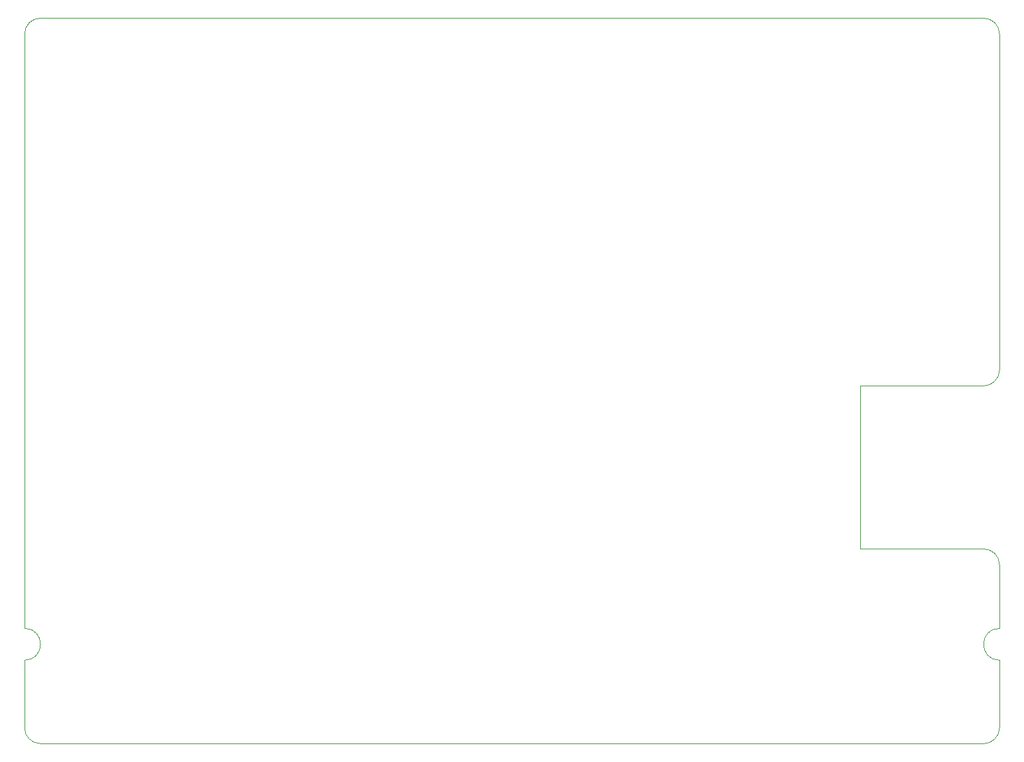
<source format=gbr>
G04 #@! TF.GenerationSoftware,KiCad,Pcbnew,(5.1.4)-1*
G04 #@! TF.CreationDate,2020-11-30T11:01:41-06:00*
G04 #@! TF.ProjectId,SRA_Sensor_Board,5352415f-5365-46e7-936f-725f426f6172,rev?*
G04 #@! TF.SameCoordinates,Original*
G04 #@! TF.FileFunction,Profile,NP*
%FSLAX46Y46*%
G04 Gerber Fmt 4.6, Leading zero omitted, Abs format (unit mm)*
G04 Created by KiCad (PCBNEW (5.1.4)-1) date 2020-11-30 11:01:41*
%MOMM*%
%LPD*%
G04 APERTURE LIST*
%ADD10C,0.050000*%
G04 APERTURE END LIST*
D10*
X213868000Y-59690000D02*
X94234000Y-59690000D01*
X215900000Y-61722000D02*
X215900000Y-104648000D01*
X91440000Y-71120000D02*
X91440000Y-61722000D01*
X213868000Y-59690000D02*
G75*
G02X215900000Y-61722000I0J-2032000D01*
G01*
X91440000Y-61722000D02*
G75*
G02X93472000Y-59690000I2032000J0D01*
G01*
X94234000Y-59690000D02*
X93472000Y-59690000D01*
X215900000Y-104648000D02*
G75*
G02X213868000Y-106680000I-2032000J0D01*
G01*
X198120000Y-106680000D02*
X213868000Y-106680000D01*
X198120000Y-127508000D02*
X198120000Y-106680000D01*
X213868000Y-127508000D02*
X198120000Y-127508000D01*
X213868000Y-127508000D02*
G75*
G02X215900000Y-129540000I0J-2032000D01*
G01*
X215900000Y-137668000D02*
X215900000Y-129540000D01*
X215900000Y-141732000D02*
G75*
G02X215900000Y-137668000I0J2032000D01*
G01*
X215900000Y-150368000D02*
X215900000Y-141732000D01*
X215900000Y-150368000D02*
G75*
G02X213868000Y-152400000I-2032000J0D01*
G01*
X93472000Y-152400000D02*
X213868000Y-152400000D01*
X93472000Y-152400000D02*
G75*
G02X91440000Y-150368000I0J2032000D01*
G01*
X91440000Y-141732000D02*
X91440000Y-150368000D01*
X91440000Y-137668000D02*
G75*
G02X91440000Y-141732000I0J-2032000D01*
G01*
X91440000Y-71120000D02*
X91440000Y-137668000D01*
M02*

</source>
